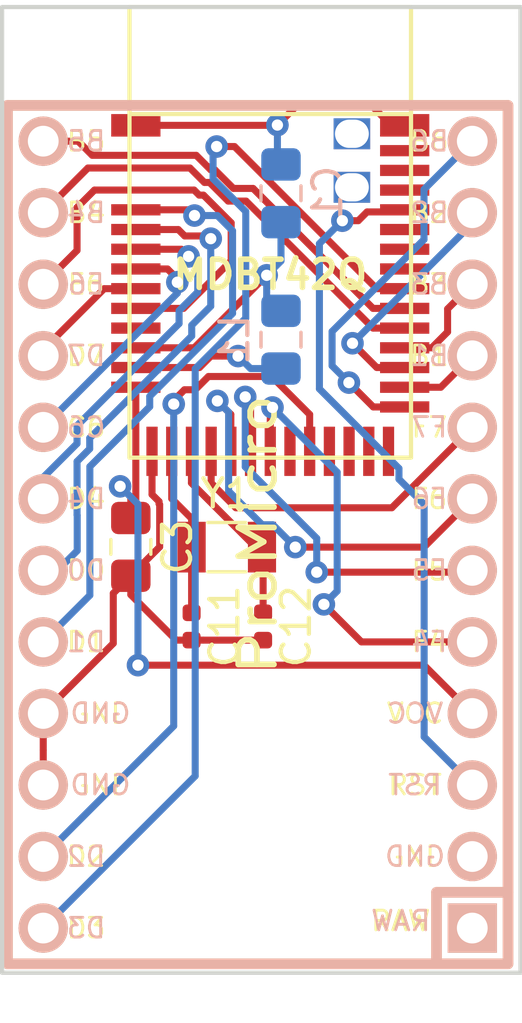
<source format=kicad_pcb>
(kicad_pcb (version 20171130) (host pcbnew "(5.0.0)")

  (general
    (thickness 1.6)
    (drawings 4)
    (tracks 225)
    (zones 0)
    (modules 8)
    (nets 26)
  )

  (page A4)
  (layers
    (0 F.Cu signal)
    (31 B.Cu signal)
    (32 B.Adhes user)
    (33 F.Adhes user)
    (34 B.Paste user)
    (35 F.Paste user)
    (36 B.SilkS user)
    (37 F.SilkS user)
    (38 B.Mask user)
    (39 F.Mask user)
    (40 Dwgs.User user)
    (41 Cmts.User user)
    (42 Eco1.User user)
    (43 Eco2.User user)
    (44 Edge.Cuts user)
    (45 Margin user)
    (46 B.CrtYd user)
    (47 F.CrtYd user)
    (48 B.Fab user)
    (49 F.Fab user)
  )

  (setup
    (last_trace_width 0.25)
    (trace_clearance 0.2)
    (zone_clearance 0.508)
    (zone_45_only no)
    (trace_min 0.2)
    (segment_width 0.2)
    (edge_width 0.15)
    (via_size 0.8)
    (via_drill 0.4)
    (via_min_size 0.4)
    (via_min_drill 0.3)
    (uvia_size 0.3)
    (uvia_drill 0.1)
    (uvias_allowed no)
    (uvia_min_size 0.2)
    (uvia_min_drill 0.1)
    (pcb_text_width 0.3)
    (pcb_text_size 1.5 1.5)
    (mod_edge_width 0.15)
    (mod_text_size 1 1)
    (mod_text_width 0.15)
    (pad_size 1.524 1.524)
    (pad_drill 0.762)
    (pad_to_mask_clearance 0.2)
    (aux_axis_origin 0 0)
    (visible_elements FFFFFF7F)
    (pcbplotparams
      (layerselection 0x010fc_ffffffff)
      (usegerberextensions false)
      (usegerberattributes false)
      (usegerberadvancedattributes false)
      (creategerberjobfile false)
      (excludeedgelayer true)
      (linewidth 0.100000)
      (plotframeref false)
      (viasonmask false)
      (mode 1)
      (useauxorigin false)
      (hpglpennumber 1)
      (hpglpenspeed 20)
      (hpglpendiameter 15.000000)
      (psnegative false)
      (psa4output false)
      (plotreference true)
      (plotvalue true)
      (plotinvisibletext false)
      (padsonsilk false)
      (subtractmaskfromsilk false)
      (outputformat 1)
      (mirror false)
      (drillshape 1)
      (scaleselection 1)
      (outputdirectory ""))
  )

  (net 0 "")
  (net 1 GND)
  (net 2 "Net-(C1-Pad1)")
  (net 3 VCC)
  (net 4 "Net-(C11-Pad1)")
  (net 5 "Net-(C12-Pad1)")
  (net 6 "Net-(L1-Pad2)")
  (net 7 /RESET)
  (net 8 /P0.17)
  (net 9 /P0.16)
  (net 10 /P0.15)
  (net 11 /MISO)
  (net 12 /MOSI)
  (net 13 /P0.11)
  (net 14 /SCK)
  (net 15 /P0.07)
  (net 16 /P0.05)
  (net 17 /P0.04)
  (net 18 /P0.03)
  (net 19 /P0.02)
  (net 20 /P0.30)
  (net 21 /P0.29)
  (net 22 /P0.28)
  (net 23 /P0.27)
  (net 24 /SCL)
  (net 25 /SDA)

  (net_class Default "This is the default net class."
    (clearance 0.2)
    (trace_width 0.25)
    (via_dia 0.8)
    (via_drill 0.4)
    (uvia_dia 0.3)
    (uvia_drill 0.1)
    (add_net /MISO)
    (add_net /MOSI)
    (add_net /P0.02)
    (add_net /P0.03)
    (add_net /P0.04)
    (add_net /P0.05)
    (add_net /P0.07)
    (add_net /P0.11)
    (add_net /P0.15)
    (add_net /P0.16)
    (add_net /P0.17)
    (add_net /P0.27)
    (add_net /P0.28)
    (add_net /P0.29)
    (add_net /P0.30)
    (add_net /RESET)
    (add_net /SCK)
    (add_net /SCL)
    (add_net /SDA)
    (add_net GND)
    (add_net "Net-(C1-Pad1)")
    (add_net "Net-(C11-Pad1)")
    (add_net "Net-(C12-Pad1)")
    (add_net "Net-(L1-Pad2)")
    (add_net VCC)
  )

  (module Capacitor_SMD:C_0805_2012Metric_Pad1.15x1.40mm_HandSolder (layer B.Cu) (tedit 5B36C52B) (tstamp 5C0919FD)
    (at 117.856 61.223 90)
    (descr "Capacitor SMD 0805 (2012 Metric), square (rectangular) end terminal, IPC_7351 nominal with elongated pad for handsoldering. (Body size source: https://docs.google.com/spreadsheets/d/1BsfQQcO9C6DZCsRaXUlFlo91Tg2WpOkGARC1WS5S8t0/edit?usp=sharing), generated with kicad-footprint-generator")
    (tags "capacitor handsolder")
    (path /5BDBB3D3)
    (attr smd)
    (fp_text reference C1 (at 0 1.65 90) (layer B.SilkS)
      (effects (font (size 1 1) (thickness 0.15)) (justify mirror))
    )
    (fp_text value 1uF (at 0 -1.65 90) (layer B.Fab)
      (effects (font (size 1 1) (thickness 0.15)) (justify mirror))
    )
    (fp_text user %R (at 0 0 90) (layer B.Fab)
      (effects (font (size 0.5 0.5) (thickness 0.08)) (justify mirror))
    )
    (fp_line (start 1.85 -0.95) (end -1.85 -0.95) (layer B.CrtYd) (width 0.05))
    (fp_line (start 1.85 0.95) (end 1.85 -0.95) (layer B.CrtYd) (width 0.05))
    (fp_line (start -1.85 0.95) (end 1.85 0.95) (layer B.CrtYd) (width 0.05))
    (fp_line (start -1.85 -0.95) (end -1.85 0.95) (layer B.CrtYd) (width 0.05))
    (fp_line (start -0.261252 -0.71) (end 0.261252 -0.71) (layer B.SilkS) (width 0.12))
    (fp_line (start -0.261252 0.71) (end 0.261252 0.71) (layer B.SilkS) (width 0.12))
    (fp_line (start 1 -0.6) (end -1 -0.6) (layer B.Fab) (width 0.1))
    (fp_line (start 1 0.6) (end 1 -0.6) (layer B.Fab) (width 0.1))
    (fp_line (start -1 0.6) (end 1 0.6) (layer B.Fab) (width 0.1))
    (fp_line (start -1 -0.6) (end -1 0.6) (layer B.Fab) (width 0.1))
    (pad 2 smd roundrect (at 1.025 0 90) (size 1.15 1.4) (layers B.Cu B.Paste B.Mask) (roundrect_rratio 0.217391)
      (net 1 GND))
    (pad 1 smd roundrect (at -1.025 0 90) (size 1.15 1.4) (layers B.Cu B.Paste B.Mask) (roundrect_rratio 0.217391)
      (net 2 "Net-(C1-Pad1)"))
    (model ${KISYS3DMOD}/Capacitor_SMD.3dshapes/C_0805_2012Metric.wrl
      (at (xyz 0 0 0))
      (scale (xyz 1 1 1))
      (rotate (xyz 0 0 0))
    )
  )

  (module Capacitor_SMD:C_0805_2012Metric_Pad1.15x1.40mm_HandSolder (layer F.Cu) (tedit 5B36C52B) (tstamp 5C091A0E)
    (at 112.522 73.778 270)
    (descr "Capacitor SMD 0805 (2012 Metric), square (rectangular) end terminal, IPC_7351 nominal with elongated pad for handsoldering. (Body size source: https://docs.google.com/spreadsheets/d/1BsfQQcO9C6DZCsRaXUlFlo91Tg2WpOkGARC1WS5S8t0/edit?usp=sharing), generated with kicad-footprint-generator")
    (tags "capacitor handsolder")
    (path /5BDBB1A8)
    (attr smd)
    (fp_text reference C3 (at 0 -1.65 270) (layer F.SilkS)
      (effects (font (size 1 1) (thickness 0.15)))
    )
    (fp_text value 10uF (at 0 1.65 270) (layer F.Fab)
      (effects (font (size 1 1) (thickness 0.15)))
    )
    (fp_line (start -1 0.6) (end -1 -0.6) (layer F.Fab) (width 0.1))
    (fp_line (start -1 -0.6) (end 1 -0.6) (layer F.Fab) (width 0.1))
    (fp_line (start 1 -0.6) (end 1 0.6) (layer F.Fab) (width 0.1))
    (fp_line (start 1 0.6) (end -1 0.6) (layer F.Fab) (width 0.1))
    (fp_line (start -0.261252 -0.71) (end 0.261252 -0.71) (layer F.SilkS) (width 0.12))
    (fp_line (start -0.261252 0.71) (end 0.261252 0.71) (layer F.SilkS) (width 0.12))
    (fp_line (start -1.85 0.95) (end -1.85 -0.95) (layer F.CrtYd) (width 0.05))
    (fp_line (start -1.85 -0.95) (end 1.85 -0.95) (layer F.CrtYd) (width 0.05))
    (fp_line (start 1.85 -0.95) (end 1.85 0.95) (layer F.CrtYd) (width 0.05))
    (fp_line (start 1.85 0.95) (end -1.85 0.95) (layer F.CrtYd) (width 0.05))
    (fp_text user %R (at 0 0 270) (layer F.Fab)
      (effects (font (size 0.5 0.5) (thickness 0.08)))
    )
    (pad 1 smd roundrect (at -1.025 0 270) (size 1.15 1.4) (layers F.Cu F.Paste F.Mask) (roundrect_rratio 0.217391)
      (net 3 VCC))
    (pad 2 smd roundrect (at 1.025 0 270) (size 1.15 1.4) (layers F.Cu F.Paste F.Mask) (roundrect_rratio 0.217391)
      (net 1 GND))
    (model ${KISYS3DMOD}/Capacitor_SMD.3dshapes/C_0805_2012Metric.wrl
      (at (xyz 0 0 0))
      (scale (xyz 1 1 1))
      (rotate (xyz 0 0 0))
    )
  )

  (module Capacitor_SMD:C_0402_1005Metric (layer F.Cu) (tedit 5B301BBE) (tstamp 5C091A1D)
    (at 114.681 76.604 270)
    (descr "Capacitor SMD 0402 (1005 Metric), square (rectangular) end terminal, IPC_7351 nominal, (Body size source: http://www.tortai-tech.com/upload/download/2011102023233369053.pdf), generated with kicad-footprint-generator")
    (tags capacitor)
    (path /5BDE9959)
    (attr smd)
    (fp_text reference C11 (at 0 -1.17 270) (layer F.SilkS)
      (effects (font (size 1 1) (thickness 0.15)))
    )
    (fp_text value 12pF (at 0 1.17 270) (layer F.Fab)
      (effects (font (size 1 1) (thickness 0.15)))
    )
    (fp_line (start -0.5 0.25) (end -0.5 -0.25) (layer F.Fab) (width 0.1))
    (fp_line (start -0.5 -0.25) (end 0.5 -0.25) (layer F.Fab) (width 0.1))
    (fp_line (start 0.5 -0.25) (end 0.5 0.25) (layer F.Fab) (width 0.1))
    (fp_line (start 0.5 0.25) (end -0.5 0.25) (layer F.Fab) (width 0.1))
    (fp_line (start -0.93 0.47) (end -0.93 -0.47) (layer F.CrtYd) (width 0.05))
    (fp_line (start -0.93 -0.47) (end 0.93 -0.47) (layer F.CrtYd) (width 0.05))
    (fp_line (start 0.93 -0.47) (end 0.93 0.47) (layer F.CrtYd) (width 0.05))
    (fp_line (start 0.93 0.47) (end -0.93 0.47) (layer F.CrtYd) (width 0.05))
    (fp_text user %R (at 0 0 270) (layer F.Fab)
      (effects (font (size 0.25 0.25) (thickness 0.04)))
    )
    (pad 1 smd roundrect (at -0.485 0 270) (size 0.59 0.64) (layers F.Cu F.Paste F.Mask) (roundrect_rratio 0.25)
      (net 4 "Net-(C11-Pad1)"))
    (pad 2 smd roundrect (at 0.485 0 270) (size 0.59 0.64) (layers F.Cu F.Paste F.Mask) (roundrect_rratio 0.25)
      (net 1 GND))
    (model ${KISYS3DMOD}/Capacitor_SMD.3dshapes/C_0402_1005Metric.wrl
      (at (xyz 0 0 0))
      (scale (xyz 1 1 1))
      (rotate (xyz 0 0 0))
    )
  )

  (module Capacitor_SMD:C_0402_1005Metric (layer F.Cu) (tedit 5B301BBE) (tstamp 5C091A2C)
    (at 117.221 76.604 270)
    (descr "Capacitor SMD 0402 (1005 Metric), square (rectangular) end terminal, IPC_7351 nominal, (Body size source: http://www.tortai-tech.com/upload/download/2011102023233369053.pdf), generated with kicad-footprint-generator")
    (tags capacitor)
    (path /5BDE99DA)
    (attr smd)
    (fp_text reference C12 (at 0 -1.17 270) (layer F.SilkS)
      (effects (font (size 1 1) (thickness 0.15)))
    )
    (fp_text value 12pF (at 0 1.17 270) (layer F.Fab)
      (effects (font (size 1 1) (thickness 0.15)))
    )
    (fp_text user %R (at 0 0 270) (layer F.Fab)
      (effects (font (size 0.25 0.25) (thickness 0.04)))
    )
    (fp_line (start 0.93 0.47) (end -0.93 0.47) (layer F.CrtYd) (width 0.05))
    (fp_line (start 0.93 -0.47) (end 0.93 0.47) (layer F.CrtYd) (width 0.05))
    (fp_line (start -0.93 -0.47) (end 0.93 -0.47) (layer F.CrtYd) (width 0.05))
    (fp_line (start -0.93 0.47) (end -0.93 -0.47) (layer F.CrtYd) (width 0.05))
    (fp_line (start 0.5 0.25) (end -0.5 0.25) (layer F.Fab) (width 0.1))
    (fp_line (start 0.5 -0.25) (end 0.5 0.25) (layer F.Fab) (width 0.1))
    (fp_line (start -0.5 -0.25) (end 0.5 -0.25) (layer F.Fab) (width 0.1))
    (fp_line (start -0.5 0.25) (end -0.5 -0.25) (layer F.Fab) (width 0.1))
    (pad 2 smd roundrect (at 0.485 0 270) (size 0.59 0.64) (layers F.Cu F.Paste F.Mask) (roundrect_rratio 0.25)
      (net 1 GND))
    (pad 1 smd roundrect (at -0.485 0 270) (size 0.59 0.64) (layers F.Cu F.Paste F.Mask) (roundrect_rratio 0.25)
      (net 5 "Net-(C12-Pad1)"))
    (model ${KISYS3DMOD}/Capacitor_SMD.3dshapes/C_0402_1005Metric.wrl
      (at (xyz 0 0 0))
      (scale (xyz 1 1 1))
      (rotate (xyz 0 0 0))
    )
  )

  (module Inductor_SMD:L_0805_2012Metric_Pad1.15x1.40mm_HandSolder (layer B.Cu) (tedit 5B36C52B) (tstamp 5C091A3D)
    (at 117.856 66.421 270)
    (descr "Capacitor SMD 0805 (2012 Metric), square (rectangular) end terminal, IPC_7351 nominal with elongated pad for handsoldering. (Body size source: https://docs.google.com/spreadsheets/d/1BsfQQcO9C6DZCsRaXUlFlo91Tg2WpOkGARC1WS5S8t0/edit?usp=sharing), generated with kicad-footprint-generator")
    (tags "inductor handsolder")
    (path /5BDBB308)
    (attr smd)
    (fp_text reference L1 (at 0 1.65 270) (layer B.SilkS)
      (effects (font (size 1 1) (thickness 0.15)) (justify mirror))
    )
    (fp_text value 10uH (at 0 -1.65 270) (layer B.Fab)
      (effects (font (size 1 1) (thickness 0.15)) (justify mirror))
    )
    (fp_line (start -1 -0.6) (end -1 0.6) (layer B.Fab) (width 0.1))
    (fp_line (start -1 0.6) (end 1 0.6) (layer B.Fab) (width 0.1))
    (fp_line (start 1 0.6) (end 1 -0.6) (layer B.Fab) (width 0.1))
    (fp_line (start 1 -0.6) (end -1 -0.6) (layer B.Fab) (width 0.1))
    (fp_line (start -0.261252 0.71) (end 0.261252 0.71) (layer B.SilkS) (width 0.12))
    (fp_line (start -0.261252 -0.71) (end 0.261252 -0.71) (layer B.SilkS) (width 0.12))
    (fp_line (start -1.85 -0.95) (end -1.85 0.95) (layer B.CrtYd) (width 0.05))
    (fp_line (start -1.85 0.95) (end 1.85 0.95) (layer B.CrtYd) (width 0.05))
    (fp_line (start 1.85 0.95) (end 1.85 -0.95) (layer B.CrtYd) (width 0.05))
    (fp_line (start 1.85 -0.95) (end -1.85 -0.95) (layer B.CrtYd) (width 0.05))
    (fp_text user %R (at 0 0 270) (layer B.Fab)
      (effects (font (size 0.5 0.5) (thickness 0.08)) (justify mirror))
    )
    (pad 1 smd roundrect (at -1.025 0 270) (size 1.15 1.4) (layers B.Cu B.Paste B.Mask) (roundrect_rratio 0.217391)
      (net 2 "Net-(C1-Pad1)"))
    (pad 2 smd roundrect (at 1.025 0 270) (size 1.15 1.4) (layers B.Cu B.Paste B.Mask) (roundrect_rratio 0.217391)
      (net 6 "Net-(L1-Pad2)"))
    (model ${KISYS3DMOD}/Inductor_SMD.3dshapes/L_0805_2012Metric.wrl
      (at (xyz 0 0 0))
      (scale (xyz 1 1 1))
      (rotate (xyz 0 0 0))
    )
  )

  (module E73:MDBT42Q (layer F.Cu) (tedit 597D7639) (tstamp 5C091A6F)
    (at 117.475 54.61)
    (path /5BDBAEED)
    (fp_text reference U1 (at 0 11.5) (layer F.SilkS) hide
      (effects (font (size 1 1) (thickness 0.15)))
    )
    (fp_text value MDBT42Q (at 0 9.5) (layer F.SilkS)
      (effects (font (size 1 1) (thickness 0.2)))
    )
    (fp_line (start -5 3.8) (end 5 3.8) (layer F.SilkS) (width 0.15))
    (fp_line (start 5 0) (end 5 16) (layer F.SilkS) (width 0.15))
    (fp_line (start 5 16) (end -5 16) (layer F.SilkS) (width 0.15))
    (fp_line (start -5 16) (end -5 0) (layer F.SilkS) (width 0.15))
    (fp_line (start -5 0) (end 5 0) (layer F.SilkS) (width 0.15))
    (pad 41 thru_hole rect (at 2.9 6.4) (size 1.3 1.1) (drill oval 1.2 1) (layers *.Cu *.Mask))
    (pad 39 smd rect (at 4.775 4.2) (size 1.75 0.8) (layers F.Cu F.Paste F.Mask)
      (net 1 GND))
    (pad 38 smd rect (at 4.775 5.1) (size 1.75 0.4) (layers F.Cu F.Paste F.Mask))
    (pad 37 smd rect (at 4.775 5.8) (size 1.75 0.4) (layers F.Cu F.Paste F.Mask))
    (pad 36 smd rect (at 4.775 6.5) (size 1.75 0.4) (layers F.Cu F.Paste F.Mask))
    (pad 35 smd rect (at 4.775 7.2) (size 1.75 0.4) (layers F.Cu F.Paste F.Mask)
      (net 7 /RESET))
    (pad 34 smd rect (at 4.775 7.9) (size 1.75 0.4) (layers F.Cu F.Paste F.Mask))
    (pad 33 smd rect (at 4.775 8.6) (size 1.75 0.4) (layers F.Cu F.Paste F.Mask))
    (pad 32 smd rect (at 4.775 9.3) (size 1.75 0.4) (layers F.Cu F.Paste F.Mask))
    (pad 31 smd rect (at 4.775 10) (size 1.75 0.4) (layers F.Cu F.Paste F.Mask)
      (net 8 /P0.17))
    (pad 30 smd rect (at 4.775 10.7) (size 1.75 0.4) (layers F.Cu F.Paste F.Mask)
      (net 9 /P0.16))
    (pad 29 smd rect (at 4.775 11.4) (size 1.75 0.4) (layers F.Cu F.Paste F.Mask)
      (net 10 /P0.15))
    (pad 28 smd rect (at 4.775 12.1) (size 1.75 0.4) (layers F.Cu F.Paste F.Mask)
      (net 11 /MISO))
    (pad 27 smd rect (at 4.775 12.8) (size 1.75 0.4) (layers F.Cu F.Paste F.Mask)
      (net 12 /MOSI))
    (pad 25 smd rect (at 4.775 14.2) (size 1.75 0.4) (layers F.Cu F.Paste F.Mask)
      (net 13 /P0.11))
    (pad 26 smd rect (at 4.775 13.5) (size 1.75 0.4) (layers F.Cu F.Paste F.Mask)
      (net 14 /SCK))
    (pad 24 smd rect (at 4.2 15.775) (size 0.4 1.75) (layers F.Cu F.Paste F.Mask)
      (net 1 GND))
    (pad 23 smd rect (at 3.5 15.775) (size 0.4 1.75) (layers F.Cu F.Paste F.Mask))
    (pad 22 smd rect (at 2.8 15.775) (size 0.4 1.75) (layers F.Cu F.Paste F.Mask))
    (pad 21 smd rect (at 2.1 15.775) (size 0.4 1.75) (layers F.Cu F.Paste F.Mask))
    (pad 20 smd rect (at 1.4 15.775) (size 0.4 1.75) (layers F.Cu F.Paste F.Mask)
      (net 15 /P0.07))
    (pad 19 smd rect (at 0.7 15.775) (size 0.4 1.75) (layers F.Cu F.Paste F.Mask))
    (pad 18 smd rect (at 0 15.775) (size 0.4 1.75) (layers F.Cu F.Paste F.Mask)
      (net 16 /P0.05))
    (pad 17 smd rect (at -0.7 15.775) (size 0.4 1.75) (layers F.Cu F.Paste F.Mask)
      (net 17 /P0.04))
    (pad 16 smd rect (at -1.4 15.775) (size 0.4 1.75) (layers F.Cu F.Paste F.Mask)
      (net 18 /P0.03))
    (pad 15 smd rect (at -2.1 15.775) (size 0.4 1.75) (layers F.Cu F.Paste F.Mask)
      (net 19 /P0.02))
    (pad 14 smd rect (at -2.8 15.775) (size 0.4 1.75) (layers F.Cu F.Paste F.Mask)
      (net 5 "Net-(C12-Pad1)"))
    (pad 13 smd rect (at -3.5 15.775) (size 0.4 1.75) (layers F.Cu F.Paste F.Mask)
      (net 4 "Net-(C11-Pad1)"))
    (pad 12 smd rect (at -4.2 15.775) (size 0.4 1.75) (layers F.Cu F.Paste F.Mask)
      (net 1 GND))
    (pad 11 smd rect (at -4.775 13.5) (size 1.75 0.4) (layers F.Cu F.Paste F.Mask)
      (net 3 VCC))
    (pad 10 smd rect (at -4.775 12.8) (size 1.75 0.4) (layers F.Cu F.Paste F.Mask)
      (net 6 "Net-(L1-Pad2)"))
    (pad 9 smd rect (at -4.775 12.1) (size 1.75 0.4) (layers F.Cu F.Paste F.Mask)
      (net 2 "Net-(C1-Pad1)"))
    (pad 8 smd rect (at -4.775 11.4) (size 1.75 0.4) (layers F.Cu F.Paste F.Mask))
    (pad 7 smd rect (at -4.775 10.7) (size 1.75 0.4) (layers F.Cu F.Paste F.Mask)
      (net 20 /P0.30))
    (pad 6 smd rect (at -4.775 10) (size 1.75 0.4) (layers F.Cu F.Paste F.Mask)
      (net 21 /P0.29))
    (pad 5 smd rect (at -4.775 9.3) (size 1.75 0.4) (layers F.Cu F.Paste F.Mask)
      (net 22 /P0.28))
    (pad 4 smd rect (at -4.775 8.6) (size 1.75 0.4) (layers F.Cu F.Paste F.Mask)
      (net 23 /P0.27))
    (pad 3 smd rect (at -4.775 7.9) (size 1.75 0.4) (layers F.Cu F.Paste F.Mask)
      (net 24 /SCL))
    (pad 1 smd rect (at -4.775 4.2) (size 1.75 0.8) (layers F.Cu F.Paste F.Mask)
      (net 1 GND))
    (pad 2 smd rect (at -4.775 7.2) (size 1.75 0.4) (layers F.Cu F.Paste F.Mask)
      (net 25 /SDA))
    (pad 40 thru_hole rect (at 2.9 4.5) (size 1.3 1.1) (drill oval 1.2 1) (layers *.Cu *.Mask))
  )

  (module footprints:Pro_Micro (layer F.Cu) (tedit 59284601) (tstamp 5C091AC7)
    (at 117.030501 74.866501 180)
    (path /5BDBAFB2)
    (fp_text reference U2 (at 0.508 -14.732 180) (layer Eco1.User)
      (effects (font (size 1.27 1.524) (thickness 0.2032)))
    )
    (fp_text value ProMicro (at 0 1.524 270) (layer F.SilkS)
      (effects (font (size 1.27 1.524) (thickness 0.2032)))
    )
    (fp_line (start -6.35 -11.176) (end -8.89 -11.176) (layer B.SilkS) (width 0.381))
    (fp_line (start -6.35 -13.716) (end -6.35 -11.176) (layer B.SilkS) (width 0.381))
    (fp_line (start 8.89 16.764) (end 8.89 -13.716) (layer B.SilkS) (width 0.381))
    (fp_line (start -8.89 16.764) (end 8.89 16.764) (layer B.SilkS) (width 0.381))
    (fp_line (start -8.89 -13.716) (end -8.89 16.764) (layer B.SilkS) (width 0.381))
    (fp_line (start 8.89 -13.716) (end -8.89 -13.716) (layer B.SilkS) (width 0.381))
    (fp_text user RAW (at -5.08 -12.192 180) (layer B.SilkS)
      (effects (font (size 0.7 0.7) (thickness 0.1)) (justify mirror))
    )
    (fp_text user GND (at -5.588 -9.906 180) (layer B.SilkS)
      (effects (font (size 0.7 0.7) (thickness 0.1)) (justify mirror))
    )
    (fp_text user RST (at -5.588 -7.366 180) (layer B.SilkS)
      (effects (font (size 0.7 0.7) (thickness 0.1)) (justify mirror))
    )
    (fp_text user VCC (at -5.588 -4.826 180) (layer B.SilkS)
      (effects (font (size 0.7 0.7) (thickness 0.1)) (justify mirror))
    )
    (fp_text user F4 (at -6.096 -2.286 180) (layer B.SilkS)
      (effects (font (size 0.7 0.7) (thickness 0.1)) (justify mirror))
    )
    (fp_text user F5 (at -6.096 0.254 180) (layer B.SilkS)
      (effects (font (size 0.7 0.7) (thickness 0.1)) (justify mirror))
    )
    (fp_text user F7 (at -6.096 5.334 180) (layer B.SilkS)
      (effects (font (size 0.7 0.7) (thickness 0.1)) (justify mirror))
    )
    (fp_text user F6 (at -6.096 2.794 180) (layer B.SilkS)
      (effects (font (size 0.7 0.7) (thickness 0.1)) (justify mirror))
    )
    (fp_text user B1 (at -6.096 7.874 180) (layer B.SilkS)
      (effects (font (size 0.7 0.7) (thickness 0.1)) (justify mirror))
    )
    (fp_text user B3 (at -6.096 10.414 180) (layer B.SilkS)
      (effects (font (size 0.7 0.7) (thickness 0.1)) (justify mirror))
    )
    (fp_text user B2 (at -6.096 12.954 180) (layer B.SilkS)
      (effects (font (size 0.7 0.7) (thickness 0.1)) (justify mirror))
    )
    (fp_text user B6 (at -6.096 15.494 180) (layer B.SilkS)
      (effects (font (size 0.7 0.7) (thickness 0.1)) (justify mirror))
    )
    (fp_text user D3 (at 6.096 -12.446 180) (layer B.SilkS)
      (effects (font (size 0.7 0.7) (thickness 0.1)) (justify mirror))
    )
    (fp_text user D2 (at 6.096 -9.906 180) (layer B.SilkS)
      (effects (font (size 0.7 0.7) (thickness 0.1)) (justify mirror))
    )
    (fp_text user GND (at 5.588 -7.366 180) (layer B.SilkS)
      (effects (font (size 0.7 0.7) (thickness 0.1)) (justify mirror))
    )
    (fp_text user GND (at 5.588 -4.826 180) (layer B.SilkS)
      (effects (font (size 0.7 0.7) (thickness 0.1)) (justify mirror))
    )
    (fp_text user D1 (at 6.096 -2.286 180) (layer B.SilkS)
      (effects (font (size 0.7 0.7) (thickness 0.1)) (justify mirror))
    )
    (fp_text user D0 (at 6.096 0.254 180) (layer B.SilkS)
      (effects (font (size 0.7 0.7) (thickness 0.1)) (justify mirror))
    )
    (fp_text user D4 (at 6.096 2.794 180) (layer B.SilkS)
      (effects (font (size 0.7 0.7) (thickness 0.1)) (justify mirror))
    )
    (fp_text user C6 (at 6.096 5.334 180) (layer B.SilkS)
      (effects (font (size 0.7 0.7) (thickness 0.1)) (justify mirror))
    )
    (fp_text user D7 (at 6.096 7.874 180) (layer B.SilkS)
      (effects (font (size 0.7 0.7) (thickness 0.1)) (justify mirror))
    )
    (fp_text user E6 (at 6.096 10.414 180) (layer B.SilkS)
      (effects (font (size 0.7 0.7) (thickness 0.1)) (justify mirror))
    )
    (fp_text user B4 (at 6.096 12.954 180) (layer B.SilkS)
      (effects (font (size 0.7 0.7) (thickness 0.1)) (justify mirror))
    )
    (fp_text user B5 (at 6.096 15.494 180) (layer B.SilkS)
      (effects (font (size 0.7 0.7) (thickness 0.1)) (justify mirror))
    )
    (fp_text user B5 (at 6.096 15.494 180) (layer F.SilkS)
      (effects (font (size 0.7 0.7) (thickness 0.1)))
    )
    (fp_text user B4 (at 6.096 12.954 180) (layer F.SilkS)
      (effects (font (size 0.7 0.7) (thickness 0.1)))
    )
    (fp_text user E6 (at 6.096 10.414 180) (layer F.SilkS)
      (effects (font (size 0.7 0.7) (thickness 0.1)))
    )
    (fp_text user D7 (at 6.096 7.874 180) (layer F.SilkS)
      (effects (font (size 0.7 0.7) (thickness 0.1)))
    )
    (fp_text user C6 (at 6.096 5.334 180) (layer F.SilkS)
      (effects (font (size 0.7 0.7) (thickness 0.1)))
    )
    (fp_text user D4 (at 6.096 2.794 180) (layer F.SilkS)
      (effects (font (size 0.7 0.7) (thickness 0.1)))
    )
    (fp_text user D0 (at 6.096 0.254 180) (layer F.SilkS)
      (effects (font (size 0.7 0.7) (thickness 0.1)))
    )
    (fp_text user D1 (at 6.096 -2.286 180) (layer F.SilkS)
      (effects (font (size 0.7 0.7) (thickness 0.1)))
    )
    (fp_text user GND (at 5.588 -4.826 180) (layer F.SilkS)
      (effects (font (size 0.7 0.7) (thickness 0.1)))
    )
    (fp_text user GND (at 5.588 -7.366 180) (layer F.SilkS)
      (effects (font (size 0.7 0.7) (thickness 0.1)))
    )
    (fp_text user D2 (at 6.096 -9.906 180) (layer F.SilkS)
      (effects (font (size 0.7 0.7) (thickness 0.1)))
    )
    (fp_text user D3 (at 6.096 -12.446 180) (layer F.SilkS)
      (effects (font (size 0.7 0.7) (thickness 0.1)))
    )
    (fp_text user B6 (at -6.096 15.494 180) (layer F.SilkS)
      (effects (font (size 0.7 0.7) (thickness 0.1)))
    )
    (fp_text user B2 (at -6.096 12.954 180) (layer F.SilkS)
      (effects (font (size 0.7 0.7) (thickness 0.1)))
    )
    (fp_text user B3 (at -6.096 10.414 180) (layer F.SilkS)
      (effects (font (size 0.7 0.7) (thickness 0.1)))
    )
    (fp_text user B1 (at -6.096 7.874 180) (layer F.SilkS)
      (effects (font (size 0.7 0.7) (thickness 0.1)))
    )
    (fp_text user F6 (at -6.096 2.794 180) (layer F.SilkS)
      (effects (font (size 0.7 0.7) (thickness 0.1)))
    )
    (fp_text user F7 (at -6.096 5.334 180) (layer F.SilkS)
      (effects (font (size 0.7 0.7) (thickness 0.1)))
    )
    (fp_text user F5 (at -6.096 0.254 180) (layer F.SilkS)
      (effects (font (size 0.7 0.7) (thickness 0.1)))
    )
    (fp_text user F4 (at -6.096 -2.286 180) (layer F.SilkS)
      (effects (font (size 0.7 0.7) (thickness 0.1)))
    )
    (fp_text user VCC (at -5.588 -4.826 180) (layer F.SilkS)
      (effects (font (size 0.7 0.7) (thickness 0.1)))
    )
    (fp_text user RST (at -5.588 -7.366 180) (layer F.SilkS)
      (effects (font (size 0.7 0.7) (thickness 0.1)))
    )
    (fp_text user GND (at -5.588 -9.906 180) (layer F.SilkS)
      (effects (font (size 0.7 0.7) (thickness 0.1)))
    )
    (fp_text user RAW (at -5.08 -12.192 180) (layer F.SilkS)
      (effects (font (size 0.7 0.7) (thickness 0.1)))
    )
    (fp_line (start 8.89 -13.716) (end -8.89 -13.716) (layer F.SilkS) (width 0.381))
    (fp_line (start -8.89 -13.716) (end -8.89 16.764) (layer F.SilkS) (width 0.381))
    (fp_line (start -8.89 16.764) (end 8.89 16.764) (layer F.SilkS) (width 0.381))
    (fp_line (start 8.89 16.764) (end 8.89 -13.716) (layer F.SilkS) (width 0.381))
    (fp_line (start -6.35 -13.716) (end -6.35 -11.176) (layer F.SilkS) (width 0.381))
    (fp_line (start -6.35 -11.176) (end -8.89 -11.176) (layer F.SilkS) (width 0.381))
    (pad 1 thru_hole rect (at -7.62 -12.446 90) (size 1.7526 1.7526) (drill 1.0922) (layers *.Cu *.SilkS *.Mask))
    (pad 2 thru_hole circle (at -7.62 -9.906 90) (size 1.7526 1.7526) (drill 1.0922) (layers *.Cu *.SilkS *.Mask)
      (net 1 GND))
    (pad 3 thru_hole circle (at -7.62 -7.366 90) (size 1.7526 1.7526) (drill 1.0922) (layers *.Cu *.SilkS *.Mask)
      (net 7 /RESET))
    (pad 4 thru_hole circle (at -7.62 -4.826 90) (size 1.7526 1.7526) (drill 1.0922) (layers *.Cu *.SilkS *.Mask)
      (net 3 VCC))
    (pad 5 thru_hole circle (at -7.62 -2.286 90) (size 1.7526 1.7526) (drill 1.0922) (layers *.Cu *.SilkS *.Mask)
      (net 16 /P0.05))
    (pad 6 thru_hole circle (at -7.62 0.254 90) (size 1.7526 1.7526) (drill 1.0922) (layers *.Cu *.SilkS *.Mask)
      (net 17 /P0.04))
    (pad 7 thru_hole circle (at -7.62 2.794 90) (size 1.7526 1.7526) (drill 1.0922) (layers *.Cu *.SilkS *.Mask)
      (net 18 /P0.03))
    (pad 8 thru_hole circle (at -7.62 5.334 90) (size 1.7526 1.7526) (drill 1.0922) (layers *.Cu *.SilkS *.Mask)
      (net 19 /P0.02))
    (pad 9 thru_hole circle (at -7.62 7.874 90) (size 1.7526 1.7526) (drill 1.0922) (layers *.Cu *.SilkS *.Mask)
      (net 14 /SCK))
    (pad 10 thru_hole circle (at -7.62 10.414 90) (size 1.7526 1.7526) (drill 1.0922) (layers *.Cu *.SilkS *.Mask)
      (net 11 /MISO))
    (pad 11 thru_hole circle (at -7.62 12.954 90) (size 1.7526 1.7526) (drill 1.0922) (layers *.Cu *.SilkS *.Mask)
      (net 12 /MOSI))
    (pad 12 thru_hole circle (at -7.62 15.494 90) (size 1.7526 1.7526) (drill 1.0922) (layers *.Cu *.SilkS *.Mask)
      (net 13 /P0.11))
    (pad 24 thru_hole circle (at 7.62 15.494 90) (size 1.7526 1.7526) (drill 1.0922) (layers *.Cu *.SilkS *.Mask)
      (net 9 /P0.16))
    (pad 23 thru_hole circle (at 7.62 12.954 90) (size 1.7526 1.7526) (drill 1.0922) (layers *.Cu *.SilkS *.Mask)
      (net 10 /P0.15))
    (pad 22 thru_hole circle (at 7.62 10.414 90) (size 1.7526 1.7526) (drill 1.0922) (layers *.Cu *.SilkS *.Mask)
      (net 20 /P0.30))
    (pad 21 thru_hole circle (at 7.62 7.874 90) (size 1.7526 1.7526) (drill 1.0922) (layers *.Cu *.SilkS *.Mask)
      (net 21 /P0.29))
    (pad 20 thru_hole circle (at 7.62 5.334 90) (size 1.7526 1.7526) (drill 1.0922) (layers *.Cu *.SilkS *.Mask)
      (net 22 /P0.28))
    (pad 19 thru_hole circle (at 7.62 2.794 90) (size 1.7526 1.7526) (drill 1.0922) (layers *.Cu *.SilkS *.Mask)
      (net 23 /P0.27))
    (pad 18 thru_hole circle (at 7.62 0.254 90) (size 1.7526 1.7526) (drill 1.0922) (layers *.Cu *.SilkS *.Mask)
      (net 24 /SCL))
    (pad 17 thru_hole circle (at 7.62 -2.286 90) (size 1.7526 1.7526) (drill 1.0922) (layers *.Cu *.SilkS *.Mask)
      (net 25 /SDA))
    (pad 16 thru_hole circle (at 7.62 -4.826 90) (size 1.7526 1.7526) (drill 1.0922) (layers *.Cu *.SilkS *.Mask)
      (net 1 GND))
    (pad 15 thru_hole circle (at 7.62 -7.366 90) (size 1.7526 1.7526) (drill 1.0922) (layers *.Cu *.SilkS *.Mask)
      (net 1 GND))
    (pad 14 thru_hole circle (at 7.62 -9.906 90) (size 1.7526 1.7526) (drill 1.0922) (layers *.Cu *.SilkS *.Mask)
      (net 15 /P0.07))
    (pad 13 thru_hole circle (at 7.62 -12.446 90) (size 1.7526 1.7526) (drill 1.0922) (layers *.Cu *.SilkS *.Mask)
      (net 8 /P0.17))
  )

  (module Crystal:Crystal_SMD_3215-2Pin_3.2x1.5mm (layer F.Cu) (tedit 5A0FD1B2) (tstamp 5C091AD8)
    (at 115.931 73.787 180)
    (descr "SMD Crystal FC-135 https://support.epson.biz/td/api/doc_check.php?dl=brief_FC-135R_en.pdf")
    (tags "SMD SMT Crystal")
    (path /5BDE98D5)
    (attr smd)
    (fp_text reference Y1 (at 0.02 1.905 180) (layer F.SilkS)
      (effects (font (size 1 1) (thickness 0.15)))
    )
    (fp_text value 32.768kHz (at 0 2 180) (layer F.Fab)
      (effects (font (size 1 1) (thickness 0.15)))
    )
    (fp_text user %R (at 0 -2 180) (layer F.Fab)
      (effects (font (size 1 1) (thickness 0.15)))
    )
    (fp_line (start -2 -1.15) (end 2 -1.15) (layer F.CrtYd) (width 0.05))
    (fp_line (start -1.6 -0.75) (end -1.6 0.75) (layer F.Fab) (width 0.1))
    (fp_line (start -0.675 0.875) (end 0.675 0.875) (layer F.SilkS) (width 0.12))
    (fp_line (start -0.675 -0.875) (end 0.675 -0.875) (layer F.SilkS) (width 0.12))
    (fp_line (start 1.6 -0.75) (end 1.6 0.75) (layer F.Fab) (width 0.1))
    (fp_line (start -1.6 -0.75) (end 1.6 -0.75) (layer F.Fab) (width 0.1))
    (fp_line (start -1.6 0.75) (end 1.6 0.75) (layer F.Fab) (width 0.1))
    (fp_line (start -2 1.15) (end 2 1.15) (layer F.CrtYd) (width 0.05))
    (fp_line (start -2 -1.15) (end -2 1.15) (layer F.CrtYd) (width 0.05))
    (fp_line (start 2 -1.15) (end 2 1.15) (layer F.CrtYd) (width 0.05))
    (pad 1 smd rect (at 1.25 0 180) (size 1 1.8) (layers F.Cu F.Paste F.Mask)
      (net 4 "Net-(C11-Pad1)"))
    (pad 2 smd rect (at -1.25 0 180) (size 1 1.8) (layers F.Cu F.Paste F.Mask)
      (net 5 "Net-(C12-Pad1)"))
    (model ${KISYS3DMOD}/Crystal.3dshapes/Crystal_SMD_3215-2Pin_3.2x1.5mm.wrl
      (at (xyz 0 0 0))
      (scale (xyz 1 1 1))
      (rotate (xyz 0 0 0))
    )
  )

  (gr_line (start 107.95 88.9) (end 107.95 54.61) (layer Edge.Cuts) (width 0.15))
  (gr_line (start 126.365 88.9) (end 107.95 88.9) (layer Edge.Cuts) (width 0.15))
  (gr_line (start 126.365 54.61) (end 126.365 88.9) (layer Edge.Cuts) (width 0.15))
  (gr_line (start 107.95 54.61) (end 126.365 54.61) (layer Edge.Cuts) (width 0.15))

  (via (at 117.729 58.801) (size 0.8) (drill 0.4) (layers F.Cu B.Cu) (net 1))
  (segment (start 112.7 58.81) (end 117.72 58.81) (width 0.25) (layer F.Cu) (net 1))
  (segment (start 117.72 58.81) (end 117.729 58.801) (width 0.25) (layer F.Cu) (net 1))
  (segment (start 117.729 60.071) (end 117.856 60.198) (width 0.25) (layer B.Cu) (net 1))
  (segment (start 117.729 58.801) (end 117.729 60.071) (width 0.25) (layer B.Cu) (net 1))
  (segment (start 110.998002 78.105) (end 109.410501 79.692501) (width 0.25) (layer F.Cu) (net 1))
  (segment (start 109.410501 80.993226) (end 109.410501 79.692501) (width 0.25) (layer F.Cu) (net 1))
  (segment (start 109.410501 82.232501) (end 109.410501 80.993226) (width 0.25) (layer F.Cu) (net 1))
  (segment (start 111.898628 77.204374) (end 110.998002 78.105) (width 0.25) (layer F.Cu) (net 1))
  (segment (start 111.898628 75.426372) (end 111.898628 77.204374) (width 0.25) (layer F.Cu) (net 1))
  (segment (start 112.522 74.803) (end 111.898628 75.426372) (width 0.25) (layer F.Cu) (net 1))
  (segment (start 114.261 77.089) (end 114.681 77.089) (width 0.25) (layer F.Cu) (net 1))
  (segment (start 114.133 77.089) (end 114.261 77.089) (width 0.25) (layer F.Cu) (net 1))
  (segment (start 112.522 75.478) (end 114.133 77.089) (width 0.25) (layer F.Cu) (net 1))
  (segment (start 112.522 74.803) (end 112.522 75.478) (width 0.25) (layer F.Cu) (net 1))
  (segment (start 115.101 77.089) (end 117.221 77.089) (width 0.25) (layer F.Cu) (net 1))
  (segment (start 114.681 77.089) (end 115.101 77.089) (width 0.25) (layer F.Cu) (net 1))
  (segment (start 113.275 70.385) (end 113.275 71.91781) (width 0.25) (layer F.Cu) (net 1))
  (segment (start 113.54701 73.77799) (end 113.145372 74.179628) (width 0.25) (layer F.Cu) (net 1))
  (segment (start 113.145372 74.179628) (end 112.522 74.803) (width 0.25) (layer F.Cu) (net 1))
  (segment (start 113.54701 72.273421) (end 113.54701 73.77799) (width 0.25) (layer F.Cu) (net 1))
  (segment (start 113.524989 72.2514) (end 113.54701 72.273421) (width 0.25) (layer F.Cu) (net 1))
  (segment (start 113.524989 72.167799) (end 113.524989 72.2514) (width 0.25) (layer F.Cu) (net 1))
  (segment (start 113.275 71.91781) (end 113.524989 72.167799) (width 0.25) (layer F.Cu) (net 1))
  (segment (start 121.775 58.81) (end 122.25 58.81) (width 0.25) (layer F.Cu) (net 1))
  (segment (start 121.125 58.16) (end 121.775 58.81) (width 0.25) (layer F.Cu) (net 1))
  (segment (start 118.37 58.16) (end 121.125 58.16) (width 0.25) (layer F.Cu) (net 1))
  (segment (start 117.729 58.801) (end 118.37 58.16) (width 0.25) (layer F.Cu) (net 1))
  (via (at 117.348 64.135) (size 0.8) (drill 0.4) (layers F.Cu B.Cu) (net 2))
  (segment (start 112.7 66.71) (end 114.773 66.71) (width 0.25) (layer F.Cu) (net 2))
  (segment (start 114.773 66.71) (end 117.348 64.135) (width 0.25) (layer F.Cu) (net 2))
  (segment (start 117.348 64.888) (end 117.856 65.396) (width 0.25) (layer B.Cu) (net 2))
  (segment (start 117.348 64.135) (end 117.348 64.888) (width 0.25) (layer B.Cu) (net 2))
  (segment (start 117.856 63.627) (end 117.348 64.135) (width 0.25) (layer B.Cu) (net 2))
  (segment (start 117.856 62.248) (end 117.856 63.627) (width 0.25) (layer B.Cu) (net 2))
  (segment (start 112.7 72.575) (end 112.522 72.753) (width 0.25) (layer F.Cu) (net 3))
  (segment (start 112.7 68.11) (end 112.7 72.575) (width 0.25) (layer F.Cu) (net 3))
  (via (at 112.141 71.628) (size 0.8) (drill 0.4) (layers F.Cu B.Cu) (net 3))
  (segment (start 112.522 72.753) (end 112.522 72.009) (width 0.25) (layer F.Cu) (net 3))
  (segment (start 112.522 72.009) (end 112.141 71.628) (width 0.25) (layer F.Cu) (net 3))
  (via (at 112.776 77.978) (size 0.8) (drill 0.4) (layers F.Cu B.Cu) (net 3))
  (segment (start 112.141 71.628) (end 112.776 72.263) (width 0.25) (layer B.Cu) (net 3))
  (segment (start 112.776 72.263) (end 112.776 77.978) (width 0.25) (layer B.Cu) (net 3))
  (segment (start 122.936 77.978) (end 124.650501 79.692501) (width 0.25) (layer F.Cu) (net 3))
  (segment (start 112.776 77.978) (end 122.936 77.978) (width 0.25) (layer F.Cu) (net 3))
  (segment (start 114.681 76.119) (end 114.681 73.787) (width 0.25) (layer F.Cu) (net 4))
  (segment (start 113.975 70.385) (end 113.975 72.065) (width 0.25) (layer F.Cu) (net 4))
  (segment (start 114.681 72.771) (end 114.681 73.787) (width 0.25) (layer F.Cu) (net 4))
  (segment (start 113.975 72.065) (end 114.681 72.771) (width 0.25) (layer F.Cu) (net 4))
  (segment (start 117.221 73.827) (end 117.181 73.787) (width 0.25) (layer F.Cu) (net 5))
  (segment (start 117.221 76.119) (end 117.221 73.827) (width 0.25) (layer F.Cu) (net 5))
  (segment (start 116.952 73.787) (end 117.181 73.787) (width 0.25) (layer F.Cu) (net 5))
  (segment (start 114.675 71.51) (end 116.952 73.787) (width 0.25) (layer F.Cu) (net 5))
  (segment (start 114.675 70.385) (end 114.675 71.51) (width 0.25) (layer F.Cu) (net 5))
  (via (at 116.332 67.002988) (size 0.8) (drill 0.4) (layers F.Cu B.Cu) (net 6))
  (segment (start 116.731999 67.402987) (end 116.332 67.002988) (width 0.25) (layer B.Cu) (net 6))
  (segment (start 116.775012 67.446) (end 116.731999 67.402987) (width 0.25) (layer B.Cu) (net 6))
  (segment (start 117.856 67.446) (end 116.775012 67.446) (width 0.25) (layer B.Cu) (net 6))
  (segment (start 115.367601 67.002988) (end 115.766315 67.002988) (width 0.25) (layer F.Cu) (net 6))
  (segment (start 114.960589 67.41) (end 115.367601 67.002988) (width 0.25) (layer F.Cu) (net 6))
  (segment (start 115.766315 67.002988) (end 116.332 67.002988) (width 0.25) (layer F.Cu) (net 6))
  (segment (start 112.7 67.41) (end 114.960589 67.41) (width 0.25) (layer F.Cu) (net 6))
  (segment (start 120.601609 62.196197) (end 120.035924 62.196197) (width 0.25) (layer F.Cu) (net 7))
  (segment (start 122.174999 61.885001) (end 120.912805 61.885001) (width 0.25) (layer F.Cu) (net 7))
  (segment (start 122.25 61.81) (end 122.174999 61.885001) (width 0.25) (layer F.Cu) (net 7))
  (segment (start 120.912805 61.885001) (end 120.601609 62.196197) (width 0.25) (layer F.Cu) (net 7))
  (via (at 120.035924 62.196197) (size 0.8) (drill 0.4) (layers F.Cu B.Cu) (net 7))
  (segment (start 119.220989 68.166989) (end 122.047 70.993) (width 0.25) (layer B.Cu) (net 7))
  (segment (start 120.035924 62.196197) (end 119.220989 63.011132) (width 0.25) (layer B.Cu) (net 7))
  (segment (start 119.220989 63.011132) (end 119.220989 68.166989) (width 0.25) (layer B.Cu) (net 7))
  (segment (start 122.047 70.993) (end 122.047 71.374) (width 0.25) (layer B.Cu) (net 7))
  (segment (start 122.047 71.374) (end 122.940654 72.267654) (width 0.25) (layer B.Cu) (net 7))
  (segment (start 122.940654 80.522654) (end 124.650501 82.232501) (width 0.25) (layer B.Cu) (net 7))
  (segment (start 122.940654 72.267654) (end 122.940654 80.522654) (width 0.25) (layer B.Cu) (net 7))
  (via (at 115.57 59.563) (size 0.8) (drill 0.4) (layers F.Cu B.Cu) (net 8))
  (segment (start 115.443 59.69) (end 115.57 59.563) (width 0.25) (layer B.Cu) (net 8))
  (segment (start 114.808 81.915002) (end 114.808 67.453986) (width 0.25) (layer B.Cu) (net 8))
  (segment (start 109.410501 87.312501) (end 114.808 81.915002) (width 0.25) (layer B.Cu) (net 8))
  (segment (start 114.808 67.453986) (end 116.604999 65.656987) (width 0.25) (layer B.Cu) (net 8))
  (segment (start 116.604999 65.656987) (end 116.604999 61.867999) (width 0.25) (layer B.Cu) (net 8))
  (segment (start 116.604999 61.867999) (end 115.443 60.706) (width 0.25) (layer B.Cu) (net 8))
  (segment (start 115.443 60.706) (end 115.443 59.69) (width 0.25) (layer B.Cu) (net 8))
  (segment (start 116.205 59.563) (end 115.57 59.563) (width 0.25) (layer F.Cu) (net 8))
  (segment (start 122.25 64.61) (end 121.252 64.61) (width 0.25) (layer F.Cu) (net 8))
  (segment (start 121.252 64.61) (end 116.205 59.563) (width 0.25) (layer F.Cu) (net 8))
  (segment (start 109.410501 59.372501) (end 110.649776 59.372501) (width 0.25) (layer F.Cu) (net 9))
  (segment (start 111.152264 59.874989) (end 114.844998 59.874989) (width 0.25) (layer F.Cu) (net 9))
  (segment (start 115.35849 60.388481) (end 115.504902 60.388481) (width 0.25) (layer F.Cu) (net 9))
  (segment (start 116.865002 61.050002) (end 121.125 65.31) (width 0.25) (layer F.Cu) (net 9))
  (segment (start 115.504902 60.388481) (end 116.166423 61.050002) (width 0.25) (layer F.Cu) (net 9))
  (segment (start 121.125 65.31) (end 122.25 65.31) (width 0.25) (layer F.Cu) (net 9))
  (segment (start 110.649776 59.372501) (end 111.152264 59.874989) (width 0.25) (layer F.Cu) (net 9))
  (segment (start 116.166423 61.050002) (end 116.865002 61.050002) (width 0.25) (layer F.Cu) (net 9))
  (segment (start 114.844998 59.874989) (end 115.35849 60.388481) (width 0.25) (layer F.Cu) (net 9))
  (segment (start 114.622585 60.325) (end 115.136077 60.838492) (width 0.25) (layer F.Cu) (net 10))
  (segment (start 115.980023 61.500013) (end 116.615013 61.500013) (width 0.25) (layer F.Cu) (net 10))
  (segment (start 110.998002 60.325) (end 114.622585 60.325) (width 0.25) (layer F.Cu) (net 10))
  (segment (start 121.125 66.01) (end 122.25 66.01) (width 0.25) (layer F.Cu) (net 10))
  (segment (start 115.318502 60.838492) (end 115.980023 61.500013) (width 0.25) (layer F.Cu) (net 10))
  (segment (start 109.410501 61.912501) (end 110.998002 60.325) (width 0.25) (layer F.Cu) (net 10))
  (segment (start 115.136077 60.838492) (end 115.318502 60.838492) (width 0.25) (layer F.Cu) (net 10))
  (segment (start 116.615013 61.500013) (end 121.125 66.01) (width 0.25) (layer F.Cu) (net 10))
  (segment (start 123.774202 65.3288) (end 124.650501 64.452501) (width 0.25) (layer F.Cu) (net 11))
  (segment (start 123.774202 66.1458) (end 123.774202 65.3288) (width 0.25) (layer F.Cu) (net 11))
  (segment (start 123.210002 66.71) (end 123.774202 66.1458) (width 0.25) (layer F.Cu) (net 11))
  (segment (start 122.25 66.71) (end 123.210002 66.71) (width 0.25) (layer F.Cu) (net 11))
  (via (at 120.396 66.548) (size 0.8) (drill 0.4) (layers F.Cu B.Cu) (net 12))
  (segment (start 122.25 67.41) (end 121.258 67.41) (width 0.25) (layer F.Cu) (net 12))
  (segment (start 121.258 67.41) (end 120.396 66.548) (width 0.25) (layer F.Cu) (net 12))
  (segment (start 124.650501 62.293499) (end 124.650501 61.912501) (width 0.25) (layer B.Cu) (net 12))
  (segment (start 120.396 66.548) (end 124.650501 62.293499) (width 0.25) (layer B.Cu) (net 12))
  (via (at 120.269 67.945) (size 0.8) (drill 0.4) (layers F.Cu B.Cu) (net 13))
  (segment (start 122.25 68.81) (end 121.134 68.81) (width 0.25) (layer F.Cu) (net 13))
  (segment (start 121.134 68.81) (end 120.269 67.945) (width 0.25) (layer F.Cu) (net 13))
  (segment (start 122.936 61.087002) (end 124.650501 59.372501) (width 0.25) (layer B.Cu) (net 13))
  (segment (start 122.936 62.865) (end 122.936 61.087002) (width 0.25) (layer B.Cu) (net 13))
  (segment (start 119.670999 66.130001) (end 122.936 62.865) (width 0.25) (layer B.Cu) (net 13))
  (segment (start 120.269 67.945) (end 119.670999 67.346999) (width 0.25) (layer B.Cu) (net 13))
  (segment (start 119.670999 67.346999) (end 119.670999 66.130001) (width 0.25) (layer B.Cu) (net 13))
  (segment (start 123.533002 68.11) (end 124.650501 66.992501) (width 0.25) (layer F.Cu) (net 14))
  (segment (start 122.25 68.11) (end 123.533002 68.11) (width 0.25) (layer F.Cu) (net 14))
  (segment (start 109.410501 84.772501) (end 114.046 80.137002) (width 0.25) (layer B.Cu) (net 15))
  (via (at 114.046 68.707004) (size 0.8) (drill 0.4) (layers F.Cu B.Cu) (net 15))
  (segment (start 114.046 80.137002) (end 114.046 69.272689) (width 0.25) (layer B.Cu) (net 15))
  (segment (start 114.046 69.272689) (end 114.046 68.707004) (width 0.25) (layer B.Cu) (net 15))
  (segment (start 114.046 68.58) (end 114.046 68.707004) (width 0.25) (layer F.Cu) (net 15))
  (segment (start 118.875 69.075799) (end 117.527199 67.727998) (width 0.25) (layer F.Cu) (net 15))
  (segment (start 118.875 70.385) (end 118.875 69.075799) (width 0.25) (layer F.Cu) (net 15))
  (segment (start 117.527199 67.727998) (end 115.279002 67.727998) (width 0.25) (layer F.Cu) (net 15))
  (segment (start 115.279002 67.727998) (end 114.808 68.199) (width 0.25) (layer F.Cu) (net 15))
  (segment (start 114.808 68.199) (end 114.427 68.199) (width 0.25) (layer F.Cu) (net 15))
  (segment (start 114.427 68.199) (end 114.046 68.58) (width 0.25) (layer F.Cu) (net 15))
  (segment (start 117.475 70.385) (end 117.475 68.908113) (width 0.25) (layer F.Cu) (net 16))
  (segment (start 117.475 68.908113) (end 117.554655 68.828458) (width 0.25) (layer F.Cu) (net 16))
  (via (at 117.554655 68.828458) (size 0.8) (drill 0.4) (layers F.Cu B.Cu) (net 16))
  (via (at 119.38 75.819) (size 0.8) (drill 0.4) (layers F.Cu B.Cu) (net 16))
  (segment (start 119.851001 75.347999) (end 119.38 75.819) (width 0.25) (layer B.Cu) (net 16))
  (segment (start 117.554655 68.828458) (end 119.851001 71.124804) (width 0.25) (layer B.Cu) (net 16))
  (segment (start 119.851001 71.124804) (end 119.851001 75.347999) (width 0.25) (layer B.Cu) (net 16))
  (segment (start 120.713501 77.152501) (end 124.650501 77.152501) (width 0.25) (layer F.Cu) (net 16))
  (segment (start 119.38 75.819) (end 120.713501 77.152501) (width 0.25) (layer F.Cu) (net 16))
  (segment (start 116.775 68.642) (end 116.586 68.453) (width 0.25) (layer F.Cu) (net 17))
  (via (at 116.586 68.453) (size 0.8) (drill 0.4) (layers F.Cu B.Cu) (net 17))
  (segment (start 116.775 70.385) (end 116.775 68.642) (width 0.25) (layer F.Cu) (net 17))
  (via (at 119.126 74.676) (size 0.8) (drill 0.4) (layers F.Cu B.Cu) (net 17))
  (segment (start 119.126 73.475998) (end 119.126 74.676) (width 0.25) (layer B.Cu) (net 17))
  (segment (start 116.586 68.453) (end 116.586 70.935998) (width 0.25) (layer B.Cu) (net 17))
  (segment (start 116.586 70.935998) (end 119.126 73.475998) (width 0.25) (layer B.Cu) (net 17))
  (segment (start 124.587002 74.676) (end 124.650501 74.612501) (width 0.25) (layer F.Cu) (net 17))
  (segment (start 119.126 74.676) (end 124.587002 74.676) (width 0.25) (layer F.Cu) (net 17))
  (via (at 115.596048 68.594421) (size 0.8) (drill 0.4) (layers F.Cu B.Cu) (net 18))
  (segment (start 116.075 70.385) (end 116.075 69.073373) (width 0.25) (layer F.Cu) (net 18))
  (segment (start 116.075 69.073373) (end 115.596048 68.594421) (width 0.25) (layer F.Cu) (net 18))
  (segment (start 115.996047 68.99442) (end 115.596048 68.594421) (width 0.25) (layer B.Cu) (net 18))
  (segment (start 115.996047 71.800047) (end 115.996047 68.99442) (width 0.25) (layer B.Cu) (net 18))
  (segment (start 117.188655 72.992655) (end 115.996047 71.800047) (width 0.25) (layer B.Cu) (net 18))
  (via (at 118.364 73.787) (size 0.8) (drill 0.4) (layers F.Cu B.Cu) (net 18))
  (segment (start 117.188655 72.992655) (end 117.569655 72.992655) (width 0.25) (layer B.Cu) (net 18))
  (segment (start 117.569655 72.992655) (end 118.364 73.787) (width 0.25) (layer B.Cu) (net 18))
  (segment (start 122.936002 73.787) (end 124.650501 72.072501) (width 0.25) (layer F.Cu) (net 18))
  (segment (start 118.364 73.787) (end 122.936002 73.787) (width 0.25) (layer F.Cu) (net 18))
  (segment (start 115.375 71.51) (end 115.375 70.385) (width 0.25) (layer F.Cu) (net 19))
  (segment (start 116.255 72.39) (end 115.375 71.51) (width 0.25) (layer F.Cu) (net 19))
  (segment (start 124.650501 69.532501) (end 121.793002 72.39) (width 0.25) (layer F.Cu) (net 19))
  (segment (start 121.793002 72.39) (end 116.255 72.39) (width 0.25) (layer F.Cu) (net 19))
  (segment (start 116.08606 63.61894) (end 114.395 65.31) (width 0.25) (layer F.Cu) (net 20))
  (segment (start 110.611802 61.727198) (end 111.231163 61.107837) (width 0.25) (layer F.Cu) (net 20))
  (segment (start 114.769011 61.107837) (end 114.949677 61.288503) (width 0.25) (layer F.Cu) (net 20))
  (segment (start 111.231163 61.107837) (end 114.769011 61.107837) (width 0.25) (layer F.Cu) (net 20))
  (segment (start 114.949677 61.288503) (end 115.103672 61.288503) (width 0.25) (layer F.Cu) (net 20))
  (segment (start 114.395 65.31) (end 113.825 65.31) (width 0.25) (layer F.Cu) (net 20))
  (segment (start 116.08606 62.270891) (end 116.08606 63.61894) (width 0.25) (layer F.Cu) (net 20))
  (segment (start 109.410501 64.452501) (end 110.611802 63.2512) (width 0.25) (layer F.Cu) (net 20))
  (segment (start 113.825 65.31) (end 112.7 65.31) (width 0.25) (layer F.Cu) (net 20))
  (segment (start 115.103672 61.288503) (end 116.08606 62.270891) (width 0.25) (layer F.Cu) (net 20))
  (segment (start 110.611802 63.2512) (end 110.611802 61.727198) (width 0.25) (layer F.Cu) (net 20))
  (segment (start 109.410501 66.774499) (end 109.410501 66.992501) (width 0.25) (layer F.Cu) (net 21))
  (segment (start 111.575 64.61) (end 109.410501 66.774499) (width 0.25) (layer F.Cu) (net 21))
  (segment (start 112.7 64.61) (end 111.575 64.61) (width 0.25) (layer F.Cu) (net 21))
  (segment (start 114.174279 64.259279) (end 114.174279 64.380351) (width 0.25) (layer F.Cu) (net 22))
  (segment (start 114.174279 64.768723) (end 114.174279 64.380351) (width 0.25) (layer B.Cu) (net 22))
  (segment (start 112.7 63.91) (end 113.825 63.91) (width 0.25) (layer F.Cu) (net 22))
  (via (at 114.174279 64.380351) (size 0.8) (drill 0.4) (layers F.Cu B.Cu) (net 22))
  (segment (start 109.410501 69.532501) (end 114.174279 64.768723) (width 0.25) (layer B.Cu) (net 22))
  (segment (start 113.825 63.91) (end 114.174279 64.259279) (width 0.25) (layer F.Cu) (net 22))
  (segment (start 114.235964 65.39167) (end 114.899281 64.728353) (width 0.25) (layer B.Cu) (net 23))
  (segment (start 114.235964 65.850036) (end 114.235964 65.39167) (width 0.25) (layer B.Cu) (net 23))
  (segment (start 109.410501 72.072501) (end 109.410501 71.310427) (width 0.25) (layer B.Cu) (net 23))
  (segment (start 110.611802 70.109126) (end 110.611802 69.474198) (width 0.25) (layer B.Cu) (net 23))
  (segment (start 110.611802 69.474198) (end 114.235964 65.850036) (width 0.25) (layer B.Cu) (net 23))
  (segment (start 109.410501 71.310427) (end 110.611802 70.109126) (width 0.25) (layer B.Cu) (net 23))
  (segment (start 114.899281 63.789221) (end 114.573576 63.463516) (width 0.25) (layer B.Cu) (net 23))
  (via (at 114.573576 63.463516) (size 0.8) (drill 0.4) (layers F.Cu B.Cu) (net 23))
  (segment (start 114.899281 64.728353) (end 114.899281 63.789221) (width 0.25) (layer B.Cu) (net 23))
  (segment (start 112.7 63.21) (end 114.32006 63.21) (width 0.25) (layer F.Cu) (net 23))
  (segment (start 114.32006 63.21) (end 114.573576 63.463516) (width 0.25) (layer F.Cu) (net 23))
  (via (at 115.36105 62.833993) (size 0.8) (drill 0.4) (layers F.Cu B.Cu) (net 24))
  (segment (start 115.265571 62.738514) (end 115.36105 62.833993) (width 0.25) (layer F.Cu) (net 24))
  (segment (start 114.207551 62.51) (end 114.436065 62.738514) (width 0.25) (layer F.Cu) (net 24))
  (segment (start 112.7 62.51) (end 114.207551 62.51) (width 0.25) (layer F.Cu) (net 24))
  (segment (start 114.436065 62.738514) (end 115.265571 62.738514) (width 0.25) (layer F.Cu) (net 24))
  (segment (start 114.685975 65.908025) (end 115.36105 65.23295) (width 0.25) (layer B.Cu) (net 24))
  (segment (start 114.685975 66.289025) (end 114.685975 65.908025) (width 0.25) (layer B.Cu) (net 24))
  (segment (start 111.061813 69.913187) (end 114.685975 66.289025) (width 0.25) (layer B.Cu) (net 24))
  (segment (start 115.36105 65.23295) (end 115.36105 63.399678) (width 0.25) (layer B.Cu) (net 24))
  (segment (start 115.36105 63.399678) (end 115.36105 62.833993) (width 0.25) (layer B.Cu) (net 24))
  (segment (start 110.617 73.914) (end 110.617 72.654324) (width 0.25) (layer B.Cu) (net 24))
  (segment (start 109.410501 74.612501) (end 109.918499 74.612501) (width 0.25) (layer B.Cu) (net 24))
  (segment (start 109.918499 74.612501) (end 110.617 73.914) (width 0.25) (layer B.Cu) (net 24))
  (segment (start 110.611802 72.649126) (end 110.611802 70.745536) (width 0.25) (layer B.Cu) (net 24))
  (segment (start 110.617 72.654324) (end 110.611802 72.649126) (width 0.25) (layer B.Cu) (net 24))
  (segment (start 110.611802 70.745536) (end 111.061813 70.295526) (width 0.25) (layer B.Cu) (net 24))
  (segment (start 111.061813 70.295526) (end 111.061813 69.913187) (width 0.25) (layer B.Cu) (net 24))
  (via (at 114.784101 62.013504) (size 0.8) (drill 0.4) (layers F.Cu B.Cu) (net 25))
  (segment (start 112.7 61.81) (end 114.580597 61.81) (width 0.25) (layer F.Cu) (net 25))
  (segment (start 114.580597 61.81) (end 114.784101 62.013504) (width 0.25) (layer F.Cu) (net 25))
  (segment (start 109.410501 77.152501) (end 111.067011 75.495991) (width 0.25) (layer B.Cu) (net 25))
  (segment (start 113.193999 68.799748) (end 113.193999 68.431576) (width 0.25) (layer B.Cu) (net 25))
  (segment (start 116.135989 65.489586) (end 116.135989 62.553451) (width 0.25) (layer B.Cu) (net 25))
  (segment (start 115.349786 62.013504) (end 114.784101 62.013504) (width 0.25) (layer B.Cu) (net 25))
  (segment (start 116.135989 62.553451) (end 115.596042 62.013504) (width 0.25) (layer B.Cu) (net 25))
  (segment (start 115.596042 62.013504) (end 115.349786 62.013504) (width 0.25) (layer B.Cu) (net 25))
  (segment (start 111.067011 70.926736) (end 113.193999 68.799748) (width 0.25) (layer B.Cu) (net 25))
  (segment (start 113.193999 68.431576) (end 116.135989 65.489586) (width 0.25) (layer B.Cu) (net 25))
  (segment (start 111.067011 75.495991) (end 111.067011 70.926736) (width 0.25) (layer B.Cu) (net 25))

  (zone (net 0) (net_name "") (layers F&B.Cu) (tstamp 0) (hatch edge 0.508)
    (connect_pads (clearance 0.508))
    (min_thickness 0.254)
    (keepout (tracks not_allowed) (vias not_allowed) (copperpour not_allowed))
    (fill (arc_segments 16) (thermal_gap 0.508) (thermal_bridge_width 0.508))
    (polygon
      (pts
        (xy 126.365 54.61) (xy 126.365 58.039) (xy 107.95 58.039) (xy 107.95 54.61)
      )
    )
  )
)

</source>
